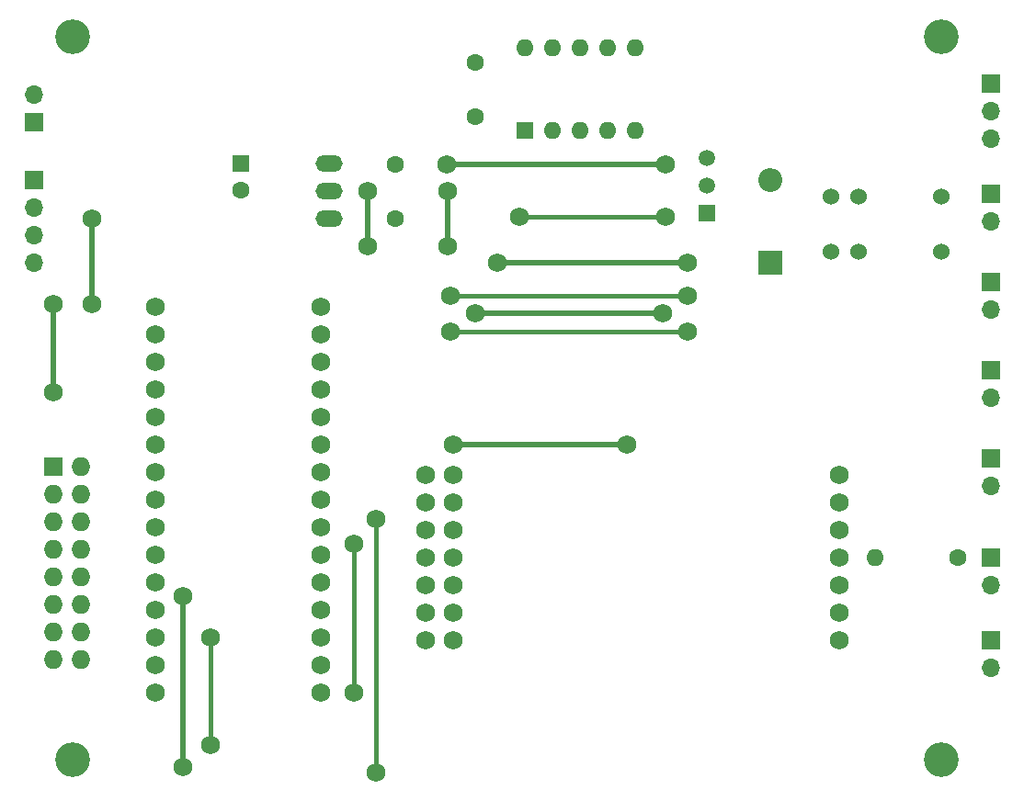
<source format=gbr>
G04 #@! TF.FileFunction,Copper,L1,Top,Signal*
%FSLAX46Y46*%
G04 Gerber Fmt 4.6, Leading zero omitted, Abs format (unit mm)*
G04 Created by KiCad (PCBNEW 4.0.6-e0-6349~53~ubuntu16.04.1) date Sat May  6 13:12:07 2017*
%MOMM*%
%LPD*%
G01*
G04 APERTURE LIST*
%ADD10C,0.100000*%
%ADD11C,1.750000*%
%ADD12C,1.600000*%
%ADD13O,1.600000X1.600000*%
%ADD14R,1.727200X1.727200*%
%ADD15O,1.727200X1.727200*%
%ADD16C,3.200000*%
%ADD17C,1.524000*%
%ADD18R,1.700000X1.700000*%
%ADD19O,1.700000X1.700000*%
%ADD20R,1.600000X1.600000*%
%ADD21R,2.200000X2.200000*%
%ADD22O,2.200000X2.200000*%
%ADD23C,1.520000*%
%ADD24R,1.520000X1.520000*%
%ADD25O,2.499360X1.501140*%
%ADD26C,0.500000*%
%ADD27C,0.400000*%
G04 APERTURE END LIST*
D10*
D11*
X78740000Y30480000D03*
X78740000Y27940000D03*
X78740000Y22860000D03*
X78740000Y25400000D03*
X78740000Y17780000D03*
X78740000Y15240000D03*
X78740000Y20320000D03*
X43180000Y20320000D03*
X40640000Y20320000D03*
X40640000Y15240000D03*
X43180000Y15240000D03*
X43180000Y17780000D03*
X40640000Y17780000D03*
X40640000Y25400000D03*
X43180000Y25400000D03*
X43180000Y22860000D03*
X40640000Y22860000D03*
X40640000Y27940000D03*
X43180000Y27940000D03*
X43180000Y30480000D03*
X40640000Y30480000D03*
X15748000Y43434000D03*
X15748000Y40894000D03*
X15748000Y38354000D03*
X15748000Y35814000D03*
X15748000Y33274000D03*
X15748000Y30734000D03*
X15748000Y28194000D03*
X15748000Y25654000D03*
X15748000Y23114000D03*
X15748000Y20574000D03*
X15748000Y18034000D03*
X15748000Y15494000D03*
X15748000Y12954000D03*
X15748000Y10414000D03*
X30988000Y10414000D03*
X30988000Y12954000D03*
X30988000Y15494000D03*
X30988000Y18034000D03*
X30988000Y20574000D03*
X30988000Y23114000D03*
X30988000Y25654000D03*
X30988000Y28194000D03*
X30988000Y30734000D03*
X30988000Y33274000D03*
X30988000Y35814000D03*
X30988000Y38354000D03*
X30988000Y40894000D03*
X30988000Y43434000D03*
X30988000Y45974000D03*
X15748000Y45974000D03*
D12*
X89662000Y22860000D03*
D13*
X82042000Y22860000D03*
D14*
X6350000Y31242000D03*
D15*
X8890000Y31242000D03*
X6350000Y28702000D03*
X8890000Y28702000D03*
X6350000Y26162000D03*
X8890000Y26162000D03*
X6350000Y23622000D03*
X8890000Y23622000D03*
X6350000Y21082000D03*
X8890000Y21082000D03*
X6350000Y18542000D03*
X8890000Y18542000D03*
X6350000Y16002000D03*
X8890000Y16002000D03*
X6350000Y13462000D03*
X8890000Y13462000D03*
D12*
X45212000Y63500000D03*
X45212000Y68500000D03*
D16*
X88138000Y70866000D03*
X8128000Y70866000D03*
X8128000Y4191000D03*
X88138000Y4191000D03*
D17*
X77978000Y51054000D03*
X80518000Y51054000D03*
X88138000Y51054000D03*
X88138000Y56134000D03*
X80518000Y56134000D03*
X77978000Y56134000D03*
D18*
X92710000Y66548000D03*
D19*
X92710000Y64008000D03*
X92710000Y61468000D03*
D18*
X92710000Y32004000D03*
D19*
X92710000Y29464000D03*
D18*
X92710000Y40132000D03*
D19*
X92710000Y37592000D03*
D18*
X4572000Y62992000D03*
D19*
X4572000Y65532000D03*
D18*
X4572000Y57658000D03*
D19*
X4572000Y55118000D03*
X4572000Y52578000D03*
X4572000Y50038000D03*
D20*
X23622000Y59182000D03*
D12*
X23622000Y56682000D03*
X37846000Y54102000D03*
X37846000Y59102000D03*
D21*
X72390000Y50038000D03*
D22*
X72390000Y57658000D03*
D18*
X92710000Y48260000D03*
D19*
X92710000Y45720000D03*
D18*
X92710000Y56388000D03*
D19*
X92710000Y53848000D03*
D18*
X92710000Y22860000D03*
D19*
X92710000Y20320000D03*
D18*
X92710000Y15240000D03*
D19*
X92710000Y12700000D03*
D23*
X66548000Y57150000D03*
X66548000Y59690000D03*
D24*
X66548000Y54610000D03*
D25*
X31750000Y56642000D03*
X31750000Y59182000D03*
X31750000Y54102000D03*
D20*
X49784000Y62230000D03*
D13*
X59944000Y69850000D03*
X52324000Y62230000D03*
X57404000Y69850000D03*
X54864000Y62230000D03*
X54864000Y69850000D03*
X57404000Y62230000D03*
X52324000Y69850000D03*
X59944000Y62230000D03*
X49784000Y69850000D03*
D11*
X45212000Y45339000D03*
X62484000Y45339000D03*
X35306000Y56642000D03*
X35306000Y51562000D03*
X42608500Y59118500D03*
X62738000Y59118500D03*
X18288000Y3556000D03*
X18288000Y19304000D03*
X59182000Y33274000D03*
X43180000Y33274000D03*
X42672000Y51562000D03*
X42672000Y56642000D03*
X6350000Y38100000D03*
X6350000Y46228000D03*
X9906000Y46228000D03*
X9906000Y54102000D03*
X47244000Y50038000D03*
X64770000Y50038000D03*
X64770000Y46990000D03*
X42926000Y46990000D03*
X42926000Y43688000D03*
X64770000Y43688000D03*
X62801500Y54229000D03*
X49339500Y54229000D03*
X36068000Y26416000D03*
X36068000Y3048000D03*
X34036000Y10414000D03*
X34036000Y24130000D03*
X20828000Y15494000D03*
X20828000Y5588000D03*
D26*
X45212000Y45339000D02*
X62484000Y45339000D01*
X35306000Y51562000D02*
X35306000Y51435000D01*
X35306000Y51435000D02*
X35306000Y56642000D01*
X42608500Y59118500D02*
X59372500Y59118500D01*
X59372500Y59118500D02*
X62738000Y59118500D01*
X18288000Y3556000D02*
X18288000Y19304000D01*
X59182000Y33274000D02*
X43180000Y33274000D01*
X42672000Y56642000D02*
X42672000Y51562000D01*
X6350000Y46228000D02*
X6350000Y38100000D01*
X9906000Y54102000D02*
X9906000Y46228000D01*
X64770000Y50038000D02*
X47244000Y50038000D01*
D27*
X42926000Y46990000D02*
X64770000Y46990000D01*
X42926000Y43688000D02*
X64770000Y43688000D01*
X62801500Y54229000D02*
X49339500Y54229000D01*
X36068000Y26416000D02*
X36068000Y3048000D01*
X34036000Y24130000D02*
X34036000Y10414000D01*
X20828000Y5588000D02*
X20828000Y15494000D01*
M02*

</source>
